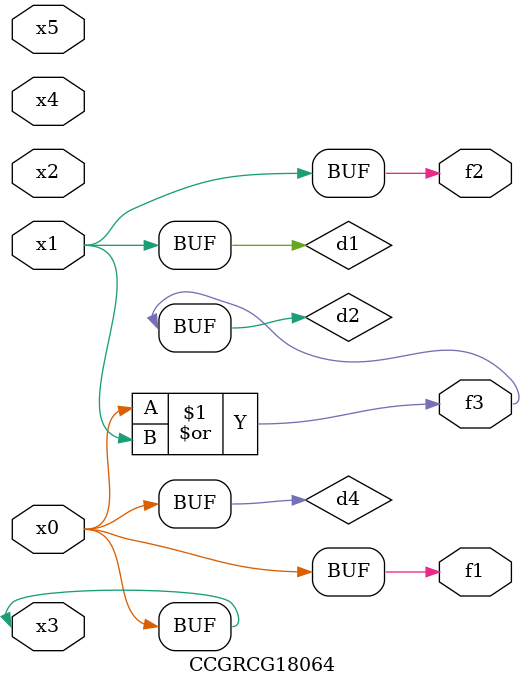
<source format=v>
module CCGRCG18064(
	input x0, x1, x2, x3, x4, x5,
	output f1, f2, f3
);

	wire d1, d2, d3, d4;

	and (d1, x1);
	or (d2, x0, x1);
	nand (d3, x0, x5);
	buf (d4, x0, x3);
	assign f1 = d4;
	assign f2 = d1;
	assign f3 = d2;
endmodule

</source>
